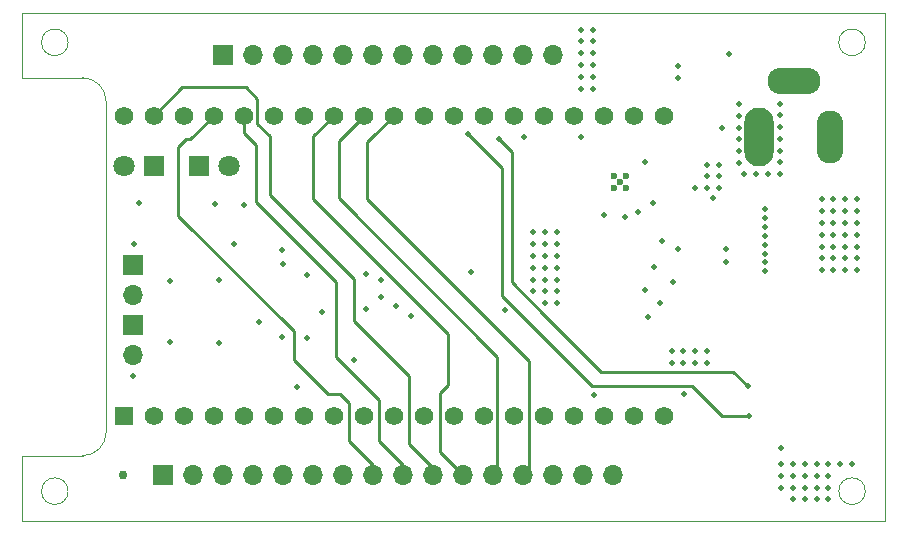
<source format=gbr>
G04 #@! TF.GenerationSoftware,KiCad,Pcbnew,5.99.0-unknown-308ab8caf~106~ubuntu18.04.1*
G04 #@! TF.CreationDate,2020-12-14T20:09:41-08:00*
G04 #@! TF.ProjectId,signal-board,7369676e-616c-42d6-926f-6172642e6b69,rev?*
G04 #@! TF.SameCoordinates,Original*
G04 #@! TF.FileFunction,Copper,L3,Inr*
G04 #@! TF.FilePolarity,Positive*
%FSLAX46Y46*%
G04 Gerber Fmt 4.6, Leading zero omitted, Abs format (unit mm)*
G04 Created by KiCad (PCBNEW 5.99.0-unknown-308ab8caf~106~ubuntu18.04.1) date 2020-12-14 20:09:41*
%MOMM*%
%LPD*%
G01*
G04 APERTURE LIST*
G04 #@! TA.AperFunction,Profile*
%ADD10C,0.100000*%
G04 #@! TD*
G04 #@! TA.AperFunction,Profile*
%ADD11C,0.120000*%
G04 #@! TD*
G04 #@! TA.AperFunction,ComponentPad*
%ADD12R,1.700000X1.700000*%
G04 #@! TD*
G04 #@! TA.AperFunction,ComponentPad*
%ADD13O,1.700000X1.700000*%
G04 #@! TD*
G04 #@! TA.AperFunction,ComponentPad*
%ADD14O,2.500000X5.000000*%
G04 #@! TD*
G04 #@! TA.AperFunction,ComponentPad*
%ADD15O,2.250000X4.500000*%
G04 #@! TD*
G04 #@! TA.AperFunction,ComponentPad*
%ADD16O,4.500000X2.250000*%
G04 #@! TD*
G04 #@! TA.AperFunction,ComponentPad*
%ADD17R,1.560000X1.560000*%
G04 #@! TD*
G04 #@! TA.AperFunction,ComponentPad*
%ADD18C,1.560000*%
G04 #@! TD*
G04 #@! TA.AperFunction,ComponentPad*
%ADD19R,1.800000X1.800000*%
G04 #@! TD*
G04 #@! TA.AperFunction,ComponentPad*
%ADD20C,1.800000*%
G04 #@! TD*
G04 #@! TA.AperFunction,ComponentPad*
%ADD21C,0.600000*%
G04 #@! TD*
G04 #@! TA.AperFunction,ViaPad*
%ADD22C,0.508000*%
G04 #@! TD*
G04 #@! TA.AperFunction,ViaPad*
%ADD23C,0.750000*%
G04 #@! TD*
G04 #@! TA.AperFunction,Conductor*
%ADD24C,0.254000*%
G04 #@! TD*
G04 APERTURE END LIST*
D10*
X170300000Y-141000000D02*
X170300000Y-98000000D01*
X170300000Y-141000000D02*
X97300000Y-141000000D01*
X97300000Y-135500000D02*
X97300000Y-141000000D01*
X104400000Y-133500000D02*
G75*
G02*
X102400000Y-135500000I-2000000J0D01*
G01*
X104400000Y-133500000D02*
X104400000Y-105500000D01*
X97300000Y-98000000D02*
X97300000Y-103500000D01*
D11*
X101175000Y-138500000D02*
G75*
G03*
X101175000Y-138500000I-1125000J0D01*
G01*
D10*
X102400000Y-103500000D02*
G75*
G02*
X104400000Y-105500000I0J-2000000D01*
G01*
D11*
X101175000Y-100500000D02*
G75*
G03*
X101175000Y-100500000I-1125000J0D01*
G01*
X97300000Y-98000000D02*
X170300000Y-98000000D01*
X168675000Y-138500000D02*
G75*
G03*
X168675000Y-138500000I-1125000J0D01*
G01*
D10*
X102400000Y-135500000D02*
X97300000Y-135500000D01*
D11*
X168675000Y-100500000D02*
G75*
G03*
X168675000Y-100500000I-1125000J0D01*
G01*
D10*
X102400000Y-103500000D02*
X97300000Y-103500000D01*
D12*
G04 #@! TO.N,+3V3*
G04 #@! TO.C,J4*
X109220000Y-137160000D03*
D13*
G04 #@! TO.N,/en*
X111760000Y-137160000D03*
G04 #@! TO.N,/sensor_vp*
X114300000Y-137160000D03*
G04 #@! TO.N,/sensor_vn*
X116840000Y-137160000D03*
G04 #@! TO.N,/io34*
X119380000Y-137160000D03*
G04 #@! TO.N,/io35*
X121920000Y-137160000D03*
G04 #@! TO.N,/io25*
X124460000Y-137160000D03*
G04 #@! TO.N,/uart_tx*
X127000000Y-137160000D03*
G04 #@! TO.N,/uart_rx*
X129540000Y-137160000D03*
G04 #@! TO.N,/vspi_mosi*
X132080000Y-137160000D03*
G04 #@! TO.N,/vspi_miso*
X134620000Y-137160000D03*
G04 #@! TO.N,/vspi_clk*
X137160000Y-137160000D03*
G04 #@! TO.N,/vspi_cs*
X139700000Y-137160000D03*
G04 #@! TO.N,GND*
X142240000Y-137160000D03*
G04 #@! TO.N,+5V*
X144780000Y-137160000D03*
G04 #@! TO.N,/3-12V_UNFUSED*
X147320000Y-137160000D03*
G04 #@! TD*
D14*
G04 #@! TO.N,/3-12V_UNFUSED*
G04 #@! TO.C,J1*
X159675000Y-108475000D03*
D15*
G04 #@! TO.N,GND*
X165675000Y-108475000D03*
D16*
X162675000Y-103775000D03*
G04 #@! TD*
D12*
G04 #@! TO.N,/i2c_scl*
G04 #@! TO.C,J2*
X114300000Y-101600000D03*
D13*
G04 #@! TO.N,/i2c_sda*
X116840000Y-101600000D03*
G04 #@! TO.N,GND*
X119380000Y-101600000D03*
G04 #@! TO.N,/pixels_8*
X121920000Y-101600000D03*
G04 #@! TO.N,/pixels_7*
X124460000Y-101600000D03*
G04 #@! TO.N,/pixels_6*
X127000000Y-101600000D03*
G04 #@! TO.N,/pixels_5*
X129540000Y-101600000D03*
G04 #@! TO.N,/pixels_4*
X132080000Y-101600000D03*
G04 #@! TO.N,/pixels_3*
X134620000Y-101600000D03*
G04 #@! TO.N,/pixels_2*
X137160000Y-101600000D03*
G04 #@! TO.N,/pixels_1*
X139700000Y-101600000D03*
G04 #@! TO.N,GND*
X142240000Y-101600000D03*
G04 #@! TD*
D17*
G04 #@! TO.N,+3V3*
G04 #@! TO.C,U2*
X105890000Y-132100000D03*
D18*
G04 #@! TO.N,/en*
X108430000Y-132100000D03*
G04 #@! TO.N,/sensor_vp*
X110970000Y-132100000D03*
G04 #@! TO.N,/sensor_vn*
X113510000Y-132100000D03*
G04 #@! TO.N,/io34*
X116050000Y-132100000D03*
G04 #@! TO.N,/io35*
X118590000Y-132100000D03*
G04 #@! TO.N,N/C*
X121130000Y-132100000D03*
X123670000Y-132100000D03*
G04 #@! TO.N,/io25*
X126210000Y-132100000D03*
G04 #@! TO.N,/level_shift_4*
X128750000Y-132100000D03*
G04 #@! TO.N,/level_shift_3*
X131290000Y-132100000D03*
G04 #@! TO.N,/status_led*
X133830000Y-132100000D03*
G04 #@! TO.N,/level_shift_2*
X136370000Y-132100000D03*
G04 #@! TO.N,GND*
X138910000Y-132100000D03*
G04 #@! TO.N,/level_shift_1*
X141450000Y-132100000D03*
G04 #@! TO.N,N/C*
X143990000Y-132100000D03*
X146530000Y-132100000D03*
X149070000Y-132100000D03*
G04 #@! TO.N,+5V*
X151610000Y-132100000D03*
G04 #@! TO.N,GND*
X105890000Y-106700000D03*
G04 #@! TO.N,/vspi_mosi*
X108430000Y-106700000D03*
G04 #@! TO.N,/i2c_scl*
X110970000Y-106700000D03*
G04 #@! TO.N,/uart_tx*
X113510000Y-106700000D03*
G04 #@! TO.N,/uart_rx*
X116050000Y-106700000D03*
G04 #@! TO.N,/i2c_sda*
X118590000Y-106700000D03*
G04 #@! TO.N,GND*
X121130000Y-106700000D03*
G04 #@! TO.N,/vspi_miso*
X123670000Y-106700000D03*
G04 #@! TO.N,/vspi_clk*
X126210000Y-106700000D03*
G04 #@! TO.N,/vspi_cs*
X128750000Y-106700000D03*
G04 #@! TO.N,/level_shift_8*
X131290000Y-106700000D03*
G04 #@! TO.N,/level_shift_7*
X133830000Y-106700000D03*
G04 #@! TO.N,/level_shift_6*
X136370000Y-106700000D03*
G04 #@! TO.N,/button_2*
X138910000Y-106700000D03*
G04 #@! TO.N,/level_shift_5*
X141450000Y-106700000D03*
G04 #@! TO.N,/button_1*
X143990000Y-106700000D03*
G04 #@! TO.N,N/C*
X146530000Y-106700000D03*
X149070000Y-106700000D03*
X151610000Y-106700000D03*
G04 #@! TD*
D19*
G04 #@! TO.N,Net-(D2-Pad1)*
G04 #@! TO.C,D2*
X112268000Y-110998000D03*
D20*
G04 #@! TO.N,/status_led*
X114808000Y-110998000D03*
G04 #@! TD*
D19*
G04 #@! TO.N,Net-(D1-Pad1)*
G04 #@! TO.C,D1*
X108458000Y-110998000D03*
D20*
G04 #@! TO.N,+3V3*
X105918000Y-110998000D03*
G04 #@! TD*
D12*
G04 #@! TO.N,GND*
G04 #@! TO.C,J5*
X106680000Y-124460000D03*
D13*
G04 #@! TO.N,Net-(J5-Pad2)*
X106680000Y-127000000D03*
G04 #@! TD*
D21*
G04 #@! TO.N,GND*
G04 #@! TO.C,U1*
X147917100Y-112320600D03*
X147417100Y-112820600D03*
X148417100Y-112820600D03*
X148417100Y-111820600D03*
X147417100Y-111820600D03*
G04 #@! TD*
D12*
G04 #@! TO.N,GND*
G04 #@! TO.C,J6*
X106680000Y-119380000D03*
D13*
G04 #@! TO.N,Net-(J6-Pad2)*
X106680000Y-121920000D03*
G04 #@! TD*
D22*
G04 #@! TO.N,GND*
X155273000Y-126644400D03*
X140579600Y-116586000D03*
X161544000Y-136192000D03*
X109829600Y-120675400D03*
X166973000Y-114792000D03*
X166973000Y-115792000D03*
X142579600Y-116586000D03*
X144602200Y-100415600D03*
X166973000Y-116792000D03*
X142579600Y-118586000D03*
X144602200Y-104415600D03*
X141579600Y-117586000D03*
X152400000Y-120802400D03*
X163544000Y-137192000D03*
X156921200Y-119075200D03*
X167973000Y-116792000D03*
X141579600Y-119586000D03*
X141579600Y-116586000D03*
X162544000Y-139192000D03*
X152273000Y-126644400D03*
X145602200Y-104415600D03*
X117348000Y-124155200D03*
X145602200Y-103415600D03*
X156244800Y-110845600D03*
X165973000Y-118792000D03*
X164973000Y-119792000D03*
X144602200Y-102415600D03*
X141579600Y-120586000D03*
X145602200Y-101415600D03*
X164544000Y-139192000D03*
X165973000Y-114792000D03*
X140579600Y-119586000D03*
X155244800Y-112845600D03*
X113588800Y-114147600D03*
X164544000Y-136192000D03*
X164973000Y-117792000D03*
X119380000Y-119253000D03*
X166973000Y-117792000D03*
X106654600Y-128727200D03*
X163544000Y-136192000D03*
X167973000Y-113792000D03*
X139801600Y-108483400D03*
X145602200Y-99415600D03*
X165544000Y-139192000D03*
X156895800Y-118033800D03*
X144627600Y-108483400D03*
X166973000Y-113792000D03*
X164973000Y-118792000D03*
X142579600Y-121586000D03*
X164544000Y-137192000D03*
X113969800Y-125958600D03*
X155273000Y-127644400D03*
X109829600Y-125857000D03*
X167973000Y-114792000D03*
X164544000Y-138192000D03*
X156244800Y-112845600D03*
X163544000Y-139192000D03*
X162544000Y-138192000D03*
X166973000Y-119792000D03*
X161544000Y-134874000D03*
X144602200Y-99415600D03*
X122656600Y-123367800D03*
X141579600Y-121586000D03*
X165973000Y-113792000D03*
X145719800Y-130378200D03*
X145602200Y-100415600D03*
X140579600Y-118586000D03*
X141579600Y-122586000D03*
X164973000Y-115792000D03*
X152273000Y-127644400D03*
X144602200Y-103415600D03*
X154273000Y-126644400D03*
X165973000Y-119792000D03*
X144602200Y-101415600D03*
X165973000Y-116792000D03*
X165973000Y-117792000D03*
X167973000Y-117792000D03*
X120523000Y-129641600D03*
X142579600Y-117586000D03*
X161544000Y-137192000D03*
X162544000Y-136192000D03*
X167544000Y-136192000D03*
X167973000Y-118792000D03*
X164973000Y-116792000D03*
X150774400Y-119481600D03*
X166544000Y-136192000D03*
X142579600Y-119586000D03*
X155244800Y-110845600D03*
X165544000Y-138192000D03*
X142579600Y-120586000D03*
X140579600Y-117586000D03*
X116052600Y-114249200D03*
X115189000Y-117602000D03*
X164973000Y-113792000D03*
X166973000Y-118792000D03*
X140579600Y-121586000D03*
X107162600Y-114071400D03*
X106730800Y-117576600D03*
X154273000Y-127644400D03*
X153273000Y-126644400D03*
X153273000Y-127644400D03*
X142579600Y-122586000D03*
X153339800Y-130276600D03*
X113919000Y-120599200D03*
X135280400Y-119938800D03*
X165973000Y-115792000D03*
X155244800Y-111845600D03*
X162544000Y-137192000D03*
X154244800Y-112845600D03*
X119253000Y-118059200D03*
X140579600Y-120586000D03*
X145602200Y-102415600D03*
X156244800Y-111845600D03*
X138150600Y-123164600D03*
X161544000Y-138192000D03*
X167973000Y-115792000D03*
X125349000Y-127381000D03*
X165544000Y-136192000D03*
X163544000Y-138192000D03*
X164973000Y-114792000D03*
X167973000Y-119792000D03*
X165544000Y-137192000D03*
X151333200Y-122605800D03*
X141579600Y-118586000D03*
D23*
X105850000Y-137100000D03*
D22*
X119253000Y-125476000D03*
G04 #@! TO.N,+3V3*
X121398000Y-125531000D03*
X121384200Y-120165000D03*
G04 #@! TO.N,/button_2*
X126365000Y-120142000D03*
G04 #@! TO.N,/button_1*
X127635000Y-120650000D03*
G04 #@! TO.N,/pixels_2*
X158825000Y-132125000D03*
X135051800Y-108280200D03*
G04 #@! TO.N,/pixels_1*
X158725000Y-129625000D03*
X137668000Y-108712000D03*
G04 #@! TO.N,/level_shift_5*
X130175000Y-123698000D03*
G04 #@! TO.N,/level_shift_6*
X128905000Y-122809000D03*
G04 #@! TO.N,/level_shift_7*
X127635000Y-122047000D03*
G04 #@! TO.N,/level_shift_8*
X126365000Y-123063000D03*
G04 #@! TO.N,Net-(C3-Pad1)*
X151460200Y-117297200D03*
X150672800Y-114096800D03*
G04 #@! TO.N,Net-(C16-Pad1)*
X157149800Y-101473000D03*
X152781000Y-102489000D03*
G04 #@! TO.N,/TPS_FEEDBACK*
X148365666Y-115311734D03*
X150317200Y-123723400D03*
G04 #@! TO.N,/5V_Out_PG*
X150063200Y-121488200D03*
X155800200Y-113662600D03*
X152857200Y-118008400D03*
X150063200Y-110642400D03*
G04 #@! TO.N,/3-12V_UNFUSED*
X158417000Y-111664000D03*
X157962600Y-107714800D03*
X157962600Y-109714800D03*
X161417000Y-105714800D03*
X161417000Y-106664000D03*
X160197800Y-116130200D03*
X157962600Y-106714800D03*
X159417000Y-111664000D03*
X160197800Y-119880200D03*
X160197800Y-116880200D03*
X160197800Y-118380200D03*
X161417000Y-107664000D03*
X157962600Y-105714800D03*
X160417000Y-111664000D03*
X161417000Y-110664000D03*
X161417000Y-108664000D03*
X160197800Y-119130200D03*
X160197800Y-115380200D03*
X161417000Y-111664000D03*
X160197800Y-117630200D03*
X161417000Y-109664000D03*
X157962600Y-108714800D03*
X160197800Y-114630200D03*
X157962600Y-110714800D03*
G04 #@! TO.N,Net-(C15-Pad1)*
X156514800Y-107772200D03*
X152781000Y-103479600D03*
G04 #@! TO.N,VCC*
X149428200Y-114884200D03*
X146558000Y-115112800D03*
G04 #@! TD*
D24*
G04 #@! TO.N,/pixels_2*
X156575000Y-132125000D02*
X158825000Y-132125000D01*
X153797000Y-129565400D02*
X154015400Y-129565400D01*
X137922000Y-111150400D02*
X135051800Y-108280200D01*
X139801600Y-123825000D02*
X137922000Y-121945400D01*
X145542000Y-129565400D02*
X153797000Y-129565400D01*
X139801600Y-123825000D02*
X145542000Y-129565400D01*
X137922000Y-121945400D02*
X137922000Y-111150400D01*
X154015400Y-129565400D02*
X156575000Y-132125000D01*
G04 #@! TO.N,/pixels_1*
X141579600Y-123647200D02*
X146329400Y-128397000D01*
X138760200Y-109804200D02*
X137668000Y-108712000D01*
X138760200Y-120827800D02*
X138760200Y-109804200D01*
X146329400Y-128397000D02*
X157497000Y-128397000D01*
X157497000Y-128397000D02*
X158725000Y-129625000D01*
X141579600Y-123647200D02*
X138760200Y-120827800D01*
G04 #@! TO.N,/vspi_cs*
X128750000Y-106700000D02*
X127000000Y-108450000D01*
X126492000Y-113792000D02*
X140208000Y-127508000D01*
X127000000Y-108450000D02*
X127000000Y-108458000D01*
X140208000Y-132207000D02*
X140208000Y-136652000D01*
X127000000Y-108458000D02*
X126492000Y-108966000D01*
X126492000Y-108966000D02*
X126492000Y-113792000D01*
X140208000Y-127508000D02*
X140208000Y-132207000D01*
X140208000Y-136652000D02*
X139700000Y-137160000D01*
G04 #@! TO.N,/vspi_clk*
X137531001Y-127117001D02*
X137531001Y-136788999D01*
X126210000Y-106700000D02*
X124079000Y-108831000D01*
X124079000Y-113538000D02*
X124079000Y-113665000D01*
X124079000Y-108831000D02*
X124079000Y-113538000D01*
X137531001Y-136788999D02*
X137160000Y-137160000D01*
X124079000Y-113665000D02*
X137531001Y-127117001D01*
G04 #@! TO.N,/vspi_miso*
X133350000Y-125222000D02*
X133350000Y-129540000D01*
X133350000Y-129540000D02*
X132668999Y-130221001D01*
X132668999Y-130221001D02*
X132668999Y-135208999D01*
X132668999Y-135208999D02*
X134620000Y-137160000D01*
X123670000Y-106700000D02*
X121912000Y-108458000D01*
X130810001Y-122682001D02*
X133350000Y-125222000D01*
X121912000Y-108458000D02*
X121912000Y-113784000D01*
X121912000Y-113784000D02*
X130810001Y-122682001D01*
G04 #@! TO.N,/uart_rx*
X127508000Y-134239000D02*
X129540000Y-136271000D01*
X123825000Y-120777000D02*
X123825000Y-127127000D01*
X129540000Y-136271000D02*
X129540000Y-137160000D01*
X117094000Y-109220000D02*
X117094000Y-114046000D01*
X116050000Y-108176000D02*
X117094000Y-109220000D01*
X123825000Y-127127000D02*
X127508000Y-130810000D01*
X127508000Y-130810000D02*
X127508000Y-134239000D01*
X116050000Y-106700000D02*
X116050000Y-108176000D01*
X117094000Y-114046000D02*
X123825000Y-120777000D01*
G04 #@! TO.N,/uart_tx*
X127000000Y-136271000D02*
X127000000Y-137160000D01*
X124206000Y-130302000D02*
X124968000Y-131064000D01*
X110490000Y-115189000D02*
X120269000Y-124968000D01*
X111498000Y-108712000D02*
X111125000Y-108712000D01*
X111125000Y-108712000D02*
X110490000Y-109347000D01*
X113510000Y-106700000D02*
X111498000Y-108712000D01*
X120269000Y-124968000D02*
X120269000Y-127381000D01*
X124968000Y-134239000D02*
X127000000Y-136271000D01*
X124968000Y-131064000D02*
X124968000Y-134239000D01*
X110490000Y-109347000D02*
X110490000Y-115189000D01*
X120269000Y-127381000D02*
X123190000Y-130302000D01*
X123190000Y-130302000D02*
X124206000Y-130302000D01*
G04 #@! TO.N,/vspi_mosi*
X125349000Y-120523000D02*
X118237000Y-113411000D01*
X110863000Y-104267000D02*
X108430000Y-106700000D01*
X132080000Y-137160000D02*
X132080000Y-136525000D01*
X132080000Y-136525000D02*
X130048000Y-134493000D01*
X117211001Y-105273001D02*
X116205000Y-104267000D01*
X116205000Y-104267000D02*
X110863000Y-104267000D01*
X130048000Y-128778000D02*
X125349000Y-124079000D01*
X118237000Y-108458000D02*
X117211001Y-107432001D01*
X125349000Y-124079000D02*
X125349000Y-120523000D01*
X130048000Y-134493000D02*
X130048000Y-128778000D01*
X118237000Y-113411000D02*
X118237000Y-108458000D01*
X117211001Y-107432001D02*
X117211001Y-105273001D01*
G04 #@! TD*
M02*

</source>
